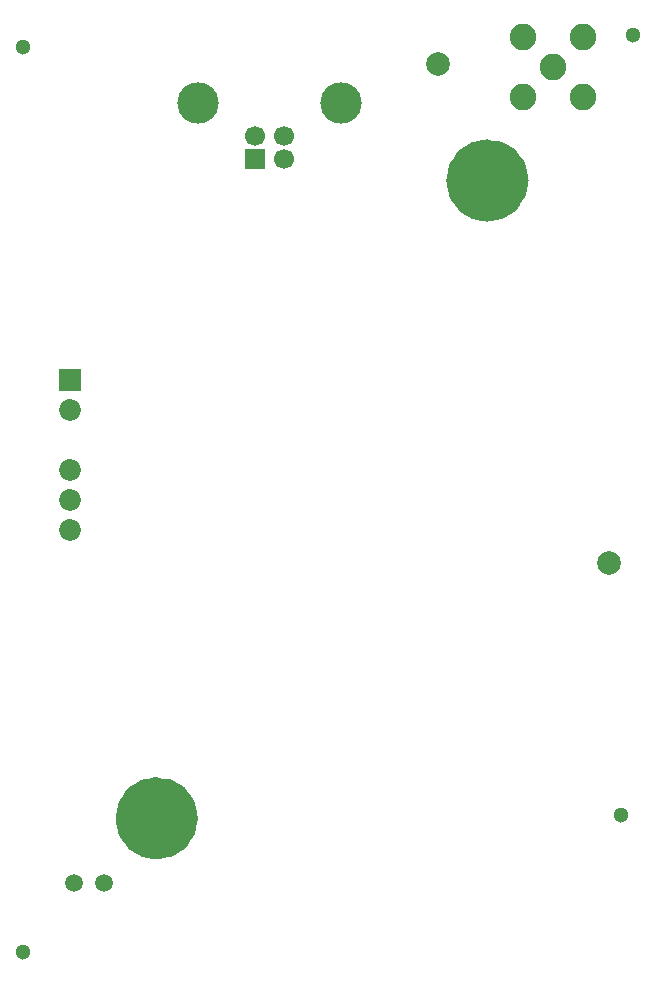
<source format=gbr>
%TF.GenerationSoftware,KiCad,Pcbnew,6.0.11-2627ca5db0~126~ubuntu20.04.1*%
%TF.CreationDate,2023-06-15T17:53:28-07:00*%
%TF.ProjectId,packaged-amp,7061636b-6167-4656-942d-616d702e6b69,rev?*%
%TF.SameCoordinates,Original*%
%TF.FileFunction,Soldermask,Bot*%
%TF.FilePolarity,Negative*%
%FSLAX46Y46*%
G04 Gerber Fmt 4.6, Leading zero omitted, Abs format (unit mm)*
G04 Created by KiCad (PCBNEW 6.0.11-2627ca5db0~126~ubuntu20.04.1) date 2023-06-15 17:53:28*
%MOMM*%
%LPD*%
G01*
G04 APERTURE LIST*
%ADD10C,3.500000*%
%ADD11C,1.300000*%
%ADD12C,2.000000*%
%ADD13R,1.700000X1.700000*%
%ADD14C,1.700000*%
%ADD15C,3.500000*%
%ADD16R,1.850000X1.850000*%
%ADD17C,1.850000*%
%ADD18C,1.500000*%
%ADD19C,2.250000*%
G04 APERTURE END LIST*
D10*
X119944374Y-78385108D02*
G75*
G03*
X119944374Y-78385108I-1750000J0D01*
G01*
X91944374Y-132385108D02*
G75*
G03*
X91944374Y-132385108I-1750000J0D01*
G01*
D11*
%TO.C,H2*%
X78900000Y-143700000D03*
%TD*%
D12*
%TO.C,TP1*%
X114000000Y-68500000D03*
%TD*%
D13*
%TO.C,J2*%
X98500000Y-76577500D03*
D14*
X101000000Y-76577500D03*
X101000000Y-74577500D03*
X98500000Y-74577500D03*
D15*
X93730000Y-71867500D03*
X105770000Y-71867500D03*
%TD*%
D11*
%TO.C,H4*%
X129500000Y-132150000D03*
%TD*%
D16*
%TO.C,PS1*%
X82850000Y-95290000D03*
D17*
X82850000Y-97830000D03*
X82850000Y-102910000D03*
X82850000Y-105450000D03*
X82850000Y-107990000D03*
%TD*%
D12*
%TO.C,TP2*%
X128500000Y-110750000D03*
%TD*%
D11*
%TO.C,H5*%
X130500000Y-66050000D03*
%TD*%
D18*
%TO.C,D4*%
X85770000Y-137900000D03*
X83230000Y-137900000D03*
%TD*%
D11*
%TO.C,H3*%
X78900000Y-67050000D03*
%TD*%
D19*
%TO.C,J7*%
X123750000Y-68750000D03*
X121210000Y-66210000D03*
X126290000Y-71290000D03*
X121210000Y-71290000D03*
X126290000Y-66210000D03*
%TD*%
M02*

</source>
